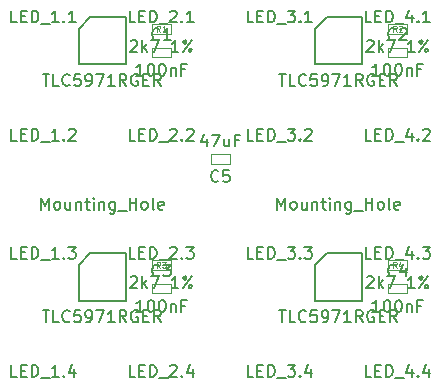
<source format=gbr>
%TF.GenerationSoftware,KiCad,Pcbnew,no-vcs-found-e797af3~59~ubuntu17.04.1*%
%TF.CreationDate,2017-07-18T08:46:09+02:00*%
%TF.ProjectId,LEDBoard_4x4_16bit,4C4544426F6172645F3478345F313662,0.1*%
%TF.SameCoordinates,Original%
%TF.FileFunction,Other,Fab,Top*%
%FSLAX46Y46*%
G04 Gerber Fmt 4.6, Leading zero omitted, Abs format (unit mm)*
G04 Created by KiCad (PCBNEW no-vcs-found-e797af3~59~ubuntu17.04.1) date Tue Jul 18 08:46:09 2017*
%MOMM*%
%LPD*%
G01*
G04 APERTURE LIST*
%ADD10C,0.150000*%
%ADD11C,0.100000*%
%ADD12C,0.075000*%
G04 APERTURE END LIST*
D10*
X58000000Y-57000000D02*
X59000000Y-56000000D01*
X58000000Y-60000000D02*
X58000000Y-57000000D01*
X62000000Y-60000000D02*
X58000000Y-60000000D01*
X62000000Y-56000000D02*
X62000000Y-60000000D01*
X59000000Y-56000000D02*
X62000000Y-56000000D01*
X78000000Y-57000000D02*
X79000000Y-56000000D01*
X78000000Y-60000000D02*
X78000000Y-57000000D01*
X82000000Y-60000000D02*
X78000000Y-60000000D01*
X82000000Y-56000000D02*
X82000000Y-60000000D01*
X79000000Y-56000000D02*
X82000000Y-56000000D01*
X58000000Y-77000000D02*
X59000000Y-76000000D01*
X58000000Y-80000000D02*
X58000000Y-77000000D01*
X62000000Y-80000000D02*
X58000000Y-80000000D01*
X62000000Y-76000000D02*
X62000000Y-80000000D01*
X59000000Y-76000000D02*
X62000000Y-76000000D01*
X78000000Y-77000000D02*
X79000000Y-76000000D01*
X78000000Y-80000000D02*
X78000000Y-77000000D01*
X82000000Y-80000000D02*
X78000000Y-80000000D01*
X82000000Y-76000000D02*
X82000000Y-80000000D01*
X79000000Y-76000000D02*
X82000000Y-76000000D01*
D11*
X64200000Y-59400000D02*
X64200000Y-58600000D01*
X65800000Y-59400000D02*
X64200000Y-59400000D01*
X65800000Y-58600000D02*
X65800000Y-59400000D01*
X64200000Y-58600000D02*
X65800000Y-58600000D01*
X84200000Y-58600000D02*
X85800000Y-58600000D01*
X85800000Y-58600000D02*
X85800000Y-59400000D01*
X85800000Y-59400000D02*
X84200000Y-59400000D01*
X84200000Y-59400000D02*
X84200000Y-58600000D01*
X64200000Y-79400000D02*
X64200000Y-78600000D01*
X65800000Y-79400000D02*
X64200000Y-79400000D01*
X65800000Y-78600000D02*
X65800000Y-79400000D01*
X64200000Y-78600000D02*
X65800000Y-78600000D01*
X84200000Y-78600000D02*
X85800000Y-78600000D01*
X85800000Y-78600000D02*
X85800000Y-79400000D01*
X85800000Y-79400000D02*
X84200000Y-79400000D01*
X84200000Y-79400000D02*
X84200000Y-78600000D01*
X64200000Y-57400000D02*
X64200000Y-56600000D01*
X65800000Y-57400000D02*
X64200000Y-57400000D01*
X65800000Y-56600000D02*
X65800000Y-57400000D01*
X64200000Y-56600000D02*
X65800000Y-56600000D01*
X84200000Y-56600000D02*
X85800000Y-56600000D01*
X85800000Y-56600000D02*
X85800000Y-57400000D01*
X85800000Y-57400000D02*
X84200000Y-57400000D01*
X84200000Y-57400000D02*
X84200000Y-56600000D01*
X64200000Y-77400000D02*
X64200000Y-76600000D01*
X65800000Y-77400000D02*
X64200000Y-77400000D01*
X65800000Y-76600000D02*
X65800000Y-77400000D01*
X64200000Y-76600000D02*
X65800000Y-76600000D01*
X84200000Y-76600000D02*
X85800000Y-76600000D01*
X85800000Y-76600000D02*
X85800000Y-77400000D01*
X85800000Y-77400000D02*
X84200000Y-77400000D01*
X84200000Y-77400000D02*
X84200000Y-76600000D01*
X70800000Y-68400000D02*
X69200000Y-68400000D01*
X69200000Y-68400000D02*
X69200000Y-67600000D01*
X69200000Y-67600000D02*
X70800000Y-67600000D01*
X70800000Y-67600000D02*
X70800000Y-68400000D01*
D10*
X52785714Y-56452380D02*
X52309523Y-56452380D01*
X52309523Y-55452380D01*
X53119047Y-55928571D02*
X53452380Y-55928571D01*
X53595238Y-56452380D02*
X53119047Y-56452380D01*
X53119047Y-55452380D01*
X53595238Y-55452380D01*
X54023809Y-56452380D02*
X54023809Y-55452380D01*
X54261904Y-55452380D01*
X54404761Y-55500000D01*
X54500000Y-55595238D01*
X54547619Y-55690476D01*
X54595238Y-55880952D01*
X54595238Y-56023809D01*
X54547619Y-56214285D01*
X54500000Y-56309523D01*
X54404761Y-56404761D01*
X54261904Y-56452380D01*
X54023809Y-56452380D01*
X54785714Y-56547619D02*
X55547619Y-56547619D01*
X56309523Y-56452380D02*
X55738095Y-56452380D01*
X56023809Y-56452380D02*
X56023809Y-55452380D01*
X55928571Y-55595238D01*
X55833333Y-55690476D01*
X55738095Y-55738095D01*
X56738095Y-56357142D02*
X56785714Y-56404761D01*
X56738095Y-56452380D01*
X56690476Y-56404761D01*
X56738095Y-56357142D01*
X56738095Y-56452380D01*
X57738095Y-56452380D02*
X57166666Y-56452380D01*
X57452380Y-56452380D02*
X57452380Y-55452380D01*
X57357142Y-55595238D01*
X57261904Y-55690476D01*
X57166666Y-55738095D01*
X52785714Y-66452380D02*
X52309523Y-66452380D01*
X52309523Y-65452380D01*
X53119047Y-65928571D02*
X53452380Y-65928571D01*
X53595238Y-66452380D02*
X53119047Y-66452380D01*
X53119047Y-65452380D01*
X53595238Y-65452380D01*
X54023809Y-66452380D02*
X54023809Y-65452380D01*
X54261904Y-65452380D01*
X54404761Y-65500000D01*
X54500000Y-65595238D01*
X54547619Y-65690476D01*
X54595238Y-65880952D01*
X54595238Y-66023809D01*
X54547619Y-66214285D01*
X54500000Y-66309523D01*
X54404761Y-66404761D01*
X54261904Y-66452380D01*
X54023809Y-66452380D01*
X54785714Y-66547619D02*
X55547619Y-66547619D01*
X56309523Y-66452380D02*
X55738095Y-66452380D01*
X56023809Y-66452380D02*
X56023809Y-65452380D01*
X55928571Y-65595238D01*
X55833333Y-65690476D01*
X55738095Y-65738095D01*
X56738095Y-66357142D02*
X56785714Y-66404761D01*
X56738095Y-66452380D01*
X56690476Y-66404761D01*
X56738095Y-66357142D01*
X56738095Y-66452380D01*
X57166666Y-65547619D02*
X57214285Y-65500000D01*
X57309523Y-65452380D01*
X57547619Y-65452380D01*
X57642857Y-65500000D01*
X57690476Y-65547619D01*
X57738095Y-65642857D01*
X57738095Y-65738095D01*
X57690476Y-65880952D01*
X57119047Y-66452380D01*
X57738095Y-66452380D01*
X52785714Y-76452380D02*
X52309523Y-76452380D01*
X52309523Y-75452380D01*
X53119047Y-75928571D02*
X53452380Y-75928571D01*
X53595238Y-76452380D02*
X53119047Y-76452380D01*
X53119047Y-75452380D01*
X53595238Y-75452380D01*
X54023809Y-76452380D02*
X54023809Y-75452380D01*
X54261904Y-75452380D01*
X54404761Y-75500000D01*
X54500000Y-75595238D01*
X54547619Y-75690476D01*
X54595238Y-75880952D01*
X54595238Y-76023809D01*
X54547619Y-76214285D01*
X54500000Y-76309523D01*
X54404761Y-76404761D01*
X54261904Y-76452380D01*
X54023809Y-76452380D01*
X54785714Y-76547619D02*
X55547619Y-76547619D01*
X56309523Y-76452380D02*
X55738095Y-76452380D01*
X56023809Y-76452380D02*
X56023809Y-75452380D01*
X55928571Y-75595238D01*
X55833333Y-75690476D01*
X55738095Y-75738095D01*
X56738095Y-76357142D02*
X56785714Y-76404761D01*
X56738095Y-76452380D01*
X56690476Y-76404761D01*
X56738095Y-76357142D01*
X56738095Y-76452380D01*
X57119047Y-75452380D02*
X57738095Y-75452380D01*
X57404761Y-75833333D01*
X57547619Y-75833333D01*
X57642857Y-75880952D01*
X57690476Y-75928571D01*
X57738095Y-76023809D01*
X57738095Y-76261904D01*
X57690476Y-76357142D01*
X57642857Y-76404761D01*
X57547619Y-76452380D01*
X57261904Y-76452380D01*
X57166666Y-76404761D01*
X57119047Y-76357142D01*
X52785714Y-86452380D02*
X52309523Y-86452380D01*
X52309523Y-85452380D01*
X53119047Y-85928571D02*
X53452380Y-85928571D01*
X53595238Y-86452380D02*
X53119047Y-86452380D01*
X53119047Y-85452380D01*
X53595238Y-85452380D01*
X54023809Y-86452380D02*
X54023809Y-85452380D01*
X54261904Y-85452380D01*
X54404761Y-85500000D01*
X54500000Y-85595238D01*
X54547619Y-85690476D01*
X54595238Y-85880952D01*
X54595238Y-86023809D01*
X54547619Y-86214285D01*
X54500000Y-86309523D01*
X54404761Y-86404761D01*
X54261904Y-86452380D01*
X54023809Y-86452380D01*
X54785714Y-86547619D02*
X55547619Y-86547619D01*
X56309523Y-86452380D02*
X55738095Y-86452380D01*
X56023809Y-86452380D02*
X56023809Y-85452380D01*
X55928571Y-85595238D01*
X55833333Y-85690476D01*
X55738095Y-85738095D01*
X56738095Y-86357142D02*
X56785714Y-86404761D01*
X56738095Y-86452380D01*
X56690476Y-86404761D01*
X56738095Y-86357142D01*
X56738095Y-86452380D01*
X57642857Y-85785714D02*
X57642857Y-86452380D01*
X57404761Y-85404761D02*
X57166666Y-86119047D01*
X57785714Y-86119047D01*
X62785714Y-56452380D02*
X62309523Y-56452380D01*
X62309523Y-55452380D01*
X63119047Y-55928571D02*
X63452380Y-55928571D01*
X63595238Y-56452380D02*
X63119047Y-56452380D01*
X63119047Y-55452380D01*
X63595238Y-55452380D01*
X64023809Y-56452380D02*
X64023809Y-55452380D01*
X64261904Y-55452380D01*
X64404761Y-55500000D01*
X64500000Y-55595238D01*
X64547619Y-55690476D01*
X64595238Y-55880952D01*
X64595238Y-56023809D01*
X64547619Y-56214285D01*
X64500000Y-56309523D01*
X64404761Y-56404761D01*
X64261904Y-56452380D01*
X64023809Y-56452380D01*
X64785714Y-56547619D02*
X65547619Y-56547619D01*
X65738095Y-55547619D02*
X65785714Y-55500000D01*
X65880952Y-55452380D01*
X66119047Y-55452380D01*
X66214285Y-55500000D01*
X66261904Y-55547619D01*
X66309523Y-55642857D01*
X66309523Y-55738095D01*
X66261904Y-55880952D01*
X65690476Y-56452380D01*
X66309523Y-56452380D01*
X66738095Y-56357142D02*
X66785714Y-56404761D01*
X66738095Y-56452380D01*
X66690476Y-56404761D01*
X66738095Y-56357142D01*
X66738095Y-56452380D01*
X67738095Y-56452380D02*
X67166666Y-56452380D01*
X67452380Y-56452380D02*
X67452380Y-55452380D01*
X67357142Y-55595238D01*
X67261904Y-55690476D01*
X67166666Y-55738095D01*
X62785714Y-66452380D02*
X62309523Y-66452380D01*
X62309523Y-65452380D01*
X63119047Y-65928571D02*
X63452380Y-65928571D01*
X63595238Y-66452380D02*
X63119047Y-66452380D01*
X63119047Y-65452380D01*
X63595238Y-65452380D01*
X64023809Y-66452380D02*
X64023809Y-65452380D01*
X64261904Y-65452380D01*
X64404761Y-65500000D01*
X64500000Y-65595238D01*
X64547619Y-65690476D01*
X64595238Y-65880952D01*
X64595238Y-66023809D01*
X64547619Y-66214285D01*
X64500000Y-66309523D01*
X64404761Y-66404761D01*
X64261904Y-66452380D01*
X64023809Y-66452380D01*
X64785714Y-66547619D02*
X65547619Y-66547619D01*
X65738095Y-65547619D02*
X65785714Y-65500000D01*
X65880952Y-65452380D01*
X66119047Y-65452380D01*
X66214285Y-65500000D01*
X66261904Y-65547619D01*
X66309523Y-65642857D01*
X66309523Y-65738095D01*
X66261904Y-65880952D01*
X65690476Y-66452380D01*
X66309523Y-66452380D01*
X66738095Y-66357142D02*
X66785714Y-66404761D01*
X66738095Y-66452380D01*
X66690476Y-66404761D01*
X66738095Y-66357142D01*
X66738095Y-66452380D01*
X67166666Y-65547619D02*
X67214285Y-65500000D01*
X67309523Y-65452380D01*
X67547619Y-65452380D01*
X67642857Y-65500000D01*
X67690476Y-65547619D01*
X67738095Y-65642857D01*
X67738095Y-65738095D01*
X67690476Y-65880952D01*
X67119047Y-66452380D01*
X67738095Y-66452380D01*
X62785714Y-76452380D02*
X62309523Y-76452380D01*
X62309523Y-75452380D01*
X63119047Y-75928571D02*
X63452380Y-75928571D01*
X63595238Y-76452380D02*
X63119047Y-76452380D01*
X63119047Y-75452380D01*
X63595238Y-75452380D01*
X64023809Y-76452380D02*
X64023809Y-75452380D01*
X64261904Y-75452380D01*
X64404761Y-75500000D01*
X64500000Y-75595238D01*
X64547619Y-75690476D01*
X64595238Y-75880952D01*
X64595238Y-76023809D01*
X64547619Y-76214285D01*
X64500000Y-76309523D01*
X64404761Y-76404761D01*
X64261904Y-76452380D01*
X64023809Y-76452380D01*
X64785714Y-76547619D02*
X65547619Y-76547619D01*
X65738095Y-75547619D02*
X65785714Y-75500000D01*
X65880952Y-75452380D01*
X66119047Y-75452380D01*
X66214285Y-75500000D01*
X66261904Y-75547619D01*
X66309523Y-75642857D01*
X66309523Y-75738095D01*
X66261904Y-75880952D01*
X65690476Y-76452380D01*
X66309523Y-76452380D01*
X66738095Y-76357142D02*
X66785714Y-76404761D01*
X66738095Y-76452380D01*
X66690476Y-76404761D01*
X66738095Y-76357142D01*
X66738095Y-76452380D01*
X67119047Y-75452380D02*
X67738095Y-75452380D01*
X67404761Y-75833333D01*
X67547619Y-75833333D01*
X67642857Y-75880952D01*
X67690476Y-75928571D01*
X67738095Y-76023809D01*
X67738095Y-76261904D01*
X67690476Y-76357142D01*
X67642857Y-76404761D01*
X67547619Y-76452380D01*
X67261904Y-76452380D01*
X67166666Y-76404761D01*
X67119047Y-76357142D01*
X62785714Y-86452380D02*
X62309523Y-86452380D01*
X62309523Y-85452380D01*
X63119047Y-85928571D02*
X63452380Y-85928571D01*
X63595238Y-86452380D02*
X63119047Y-86452380D01*
X63119047Y-85452380D01*
X63595238Y-85452380D01*
X64023809Y-86452380D02*
X64023809Y-85452380D01*
X64261904Y-85452380D01*
X64404761Y-85500000D01*
X64500000Y-85595238D01*
X64547619Y-85690476D01*
X64595238Y-85880952D01*
X64595238Y-86023809D01*
X64547619Y-86214285D01*
X64500000Y-86309523D01*
X64404761Y-86404761D01*
X64261904Y-86452380D01*
X64023809Y-86452380D01*
X64785714Y-86547619D02*
X65547619Y-86547619D01*
X65738095Y-85547619D02*
X65785714Y-85500000D01*
X65880952Y-85452380D01*
X66119047Y-85452380D01*
X66214285Y-85500000D01*
X66261904Y-85547619D01*
X66309523Y-85642857D01*
X66309523Y-85738095D01*
X66261904Y-85880952D01*
X65690476Y-86452380D01*
X66309523Y-86452380D01*
X66738095Y-86357142D02*
X66785714Y-86404761D01*
X66738095Y-86452380D01*
X66690476Y-86404761D01*
X66738095Y-86357142D01*
X66738095Y-86452380D01*
X67642857Y-85785714D02*
X67642857Y-86452380D01*
X67404761Y-85404761D02*
X67166666Y-86119047D01*
X67785714Y-86119047D01*
X72785714Y-56452380D02*
X72309523Y-56452380D01*
X72309523Y-55452380D01*
X73119047Y-55928571D02*
X73452380Y-55928571D01*
X73595238Y-56452380D02*
X73119047Y-56452380D01*
X73119047Y-55452380D01*
X73595238Y-55452380D01*
X74023809Y-56452380D02*
X74023809Y-55452380D01*
X74261904Y-55452380D01*
X74404761Y-55500000D01*
X74500000Y-55595238D01*
X74547619Y-55690476D01*
X74595238Y-55880952D01*
X74595238Y-56023809D01*
X74547619Y-56214285D01*
X74500000Y-56309523D01*
X74404761Y-56404761D01*
X74261904Y-56452380D01*
X74023809Y-56452380D01*
X74785714Y-56547619D02*
X75547619Y-56547619D01*
X75690476Y-55452380D02*
X76309523Y-55452380D01*
X75976190Y-55833333D01*
X76119047Y-55833333D01*
X76214285Y-55880952D01*
X76261904Y-55928571D01*
X76309523Y-56023809D01*
X76309523Y-56261904D01*
X76261904Y-56357142D01*
X76214285Y-56404761D01*
X76119047Y-56452380D01*
X75833333Y-56452380D01*
X75738095Y-56404761D01*
X75690476Y-56357142D01*
X76738095Y-56357142D02*
X76785714Y-56404761D01*
X76738095Y-56452380D01*
X76690476Y-56404761D01*
X76738095Y-56357142D01*
X76738095Y-56452380D01*
X77738095Y-56452380D02*
X77166666Y-56452380D01*
X77452380Y-56452380D02*
X77452380Y-55452380D01*
X77357142Y-55595238D01*
X77261904Y-55690476D01*
X77166666Y-55738095D01*
X72785714Y-66452380D02*
X72309523Y-66452380D01*
X72309523Y-65452380D01*
X73119047Y-65928571D02*
X73452380Y-65928571D01*
X73595238Y-66452380D02*
X73119047Y-66452380D01*
X73119047Y-65452380D01*
X73595238Y-65452380D01*
X74023809Y-66452380D02*
X74023809Y-65452380D01*
X74261904Y-65452380D01*
X74404761Y-65500000D01*
X74500000Y-65595238D01*
X74547619Y-65690476D01*
X74595238Y-65880952D01*
X74595238Y-66023809D01*
X74547619Y-66214285D01*
X74500000Y-66309523D01*
X74404761Y-66404761D01*
X74261904Y-66452380D01*
X74023809Y-66452380D01*
X74785714Y-66547619D02*
X75547619Y-66547619D01*
X75690476Y-65452380D02*
X76309523Y-65452380D01*
X75976190Y-65833333D01*
X76119047Y-65833333D01*
X76214285Y-65880952D01*
X76261904Y-65928571D01*
X76309523Y-66023809D01*
X76309523Y-66261904D01*
X76261904Y-66357142D01*
X76214285Y-66404761D01*
X76119047Y-66452380D01*
X75833333Y-66452380D01*
X75738095Y-66404761D01*
X75690476Y-66357142D01*
X76738095Y-66357142D02*
X76785714Y-66404761D01*
X76738095Y-66452380D01*
X76690476Y-66404761D01*
X76738095Y-66357142D01*
X76738095Y-66452380D01*
X77166666Y-65547619D02*
X77214285Y-65500000D01*
X77309523Y-65452380D01*
X77547619Y-65452380D01*
X77642857Y-65500000D01*
X77690476Y-65547619D01*
X77738095Y-65642857D01*
X77738095Y-65738095D01*
X77690476Y-65880952D01*
X77119047Y-66452380D01*
X77738095Y-66452380D01*
X72785714Y-76452380D02*
X72309523Y-76452380D01*
X72309523Y-75452380D01*
X73119047Y-75928571D02*
X73452380Y-75928571D01*
X73595238Y-76452380D02*
X73119047Y-76452380D01*
X73119047Y-75452380D01*
X73595238Y-75452380D01*
X74023809Y-76452380D02*
X74023809Y-75452380D01*
X74261904Y-75452380D01*
X74404761Y-75500000D01*
X74500000Y-75595238D01*
X74547619Y-75690476D01*
X74595238Y-75880952D01*
X74595238Y-76023809D01*
X74547619Y-76214285D01*
X74500000Y-76309523D01*
X74404761Y-76404761D01*
X74261904Y-76452380D01*
X74023809Y-76452380D01*
X74785714Y-76547619D02*
X75547619Y-76547619D01*
X75690476Y-75452380D02*
X76309523Y-75452380D01*
X75976190Y-75833333D01*
X76119047Y-75833333D01*
X76214285Y-75880952D01*
X76261904Y-75928571D01*
X76309523Y-76023809D01*
X76309523Y-76261904D01*
X76261904Y-76357142D01*
X76214285Y-76404761D01*
X76119047Y-76452380D01*
X75833333Y-76452380D01*
X75738095Y-76404761D01*
X75690476Y-76357142D01*
X76738095Y-76357142D02*
X76785714Y-76404761D01*
X76738095Y-76452380D01*
X76690476Y-76404761D01*
X76738095Y-76357142D01*
X76738095Y-76452380D01*
X77119047Y-75452380D02*
X77738095Y-75452380D01*
X77404761Y-75833333D01*
X77547619Y-75833333D01*
X77642857Y-75880952D01*
X77690476Y-75928571D01*
X77738095Y-76023809D01*
X77738095Y-76261904D01*
X77690476Y-76357142D01*
X77642857Y-76404761D01*
X77547619Y-76452380D01*
X77261904Y-76452380D01*
X77166666Y-76404761D01*
X77119047Y-76357142D01*
X72785714Y-86452380D02*
X72309523Y-86452380D01*
X72309523Y-85452380D01*
X73119047Y-85928571D02*
X73452380Y-85928571D01*
X73595238Y-86452380D02*
X73119047Y-86452380D01*
X73119047Y-85452380D01*
X73595238Y-85452380D01*
X74023809Y-86452380D02*
X74023809Y-85452380D01*
X74261904Y-85452380D01*
X74404761Y-85500000D01*
X74500000Y-85595238D01*
X74547619Y-85690476D01*
X74595238Y-85880952D01*
X74595238Y-86023809D01*
X74547619Y-86214285D01*
X74500000Y-86309523D01*
X74404761Y-86404761D01*
X74261904Y-86452380D01*
X74023809Y-86452380D01*
X74785714Y-86547619D02*
X75547619Y-86547619D01*
X75690476Y-85452380D02*
X76309523Y-85452380D01*
X75976190Y-85833333D01*
X76119047Y-85833333D01*
X76214285Y-85880952D01*
X76261904Y-85928571D01*
X76309523Y-86023809D01*
X76309523Y-86261904D01*
X76261904Y-86357142D01*
X76214285Y-86404761D01*
X76119047Y-86452380D01*
X75833333Y-86452380D01*
X75738095Y-86404761D01*
X75690476Y-86357142D01*
X76738095Y-86357142D02*
X76785714Y-86404761D01*
X76738095Y-86452380D01*
X76690476Y-86404761D01*
X76738095Y-86357142D01*
X76738095Y-86452380D01*
X77642857Y-85785714D02*
X77642857Y-86452380D01*
X77404761Y-85404761D02*
X77166666Y-86119047D01*
X77785714Y-86119047D01*
X82785714Y-56452380D02*
X82309523Y-56452380D01*
X82309523Y-55452380D01*
X83119047Y-55928571D02*
X83452380Y-55928571D01*
X83595238Y-56452380D02*
X83119047Y-56452380D01*
X83119047Y-55452380D01*
X83595238Y-55452380D01*
X84023809Y-56452380D02*
X84023809Y-55452380D01*
X84261904Y-55452380D01*
X84404761Y-55500000D01*
X84500000Y-55595238D01*
X84547619Y-55690476D01*
X84595238Y-55880952D01*
X84595238Y-56023809D01*
X84547619Y-56214285D01*
X84500000Y-56309523D01*
X84404761Y-56404761D01*
X84261904Y-56452380D01*
X84023809Y-56452380D01*
X84785714Y-56547619D02*
X85547619Y-56547619D01*
X86214285Y-55785714D02*
X86214285Y-56452380D01*
X85976190Y-55404761D02*
X85738095Y-56119047D01*
X86357142Y-56119047D01*
X86738095Y-56357142D02*
X86785714Y-56404761D01*
X86738095Y-56452380D01*
X86690476Y-56404761D01*
X86738095Y-56357142D01*
X86738095Y-56452380D01*
X87738095Y-56452380D02*
X87166666Y-56452380D01*
X87452380Y-56452380D02*
X87452380Y-55452380D01*
X87357142Y-55595238D01*
X87261904Y-55690476D01*
X87166666Y-55738095D01*
X82785714Y-66452380D02*
X82309523Y-66452380D01*
X82309523Y-65452380D01*
X83119047Y-65928571D02*
X83452380Y-65928571D01*
X83595238Y-66452380D02*
X83119047Y-66452380D01*
X83119047Y-65452380D01*
X83595238Y-65452380D01*
X84023809Y-66452380D02*
X84023809Y-65452380D01*
X84261904Y-65452380D01*
X84404761Y-65500000D01*
X84500000Y-65595238D01*
X84547619Y-65690476D01*
X84595238Y-65880952D01*
X84595238Y-66023809D01*
X84547619Y-66214285D01*
X84500000Y-66309523D01*
X84404761Y-66404761D01*
X84261904Y-66452380D01*
X84023809Y-66452380D01*
X84785714Y-66547619D02*
X85547619Y-66547619D01*
X86214285Y-65785714D02*
X86214285Y-66452380D01*
X85976190Y-65404761D02*
X85738095Y-66119047D01*
X86357142Y-66119047D01*
X86738095Y-66357142D02*
X86785714Y-66404761D01*
X86738095Y-66452380D01*
X86690476Y-66404761D01*
X86738095Y-66357142D01*
X86738095Y-66452380D01*
X87166666Y-65547619D02*
X87214285Y-65500000D01*
X87309523Y-65452380D01*
X87547619Y-65452380D01*
X87642857Y-65500000D01*
X87690476Y-65547619D01*
X87738095Y-65642857D01*
X87738095Y-65738095D01*
X87690476Y-65880952D01*
X87119047Y-66452380D01*
X87738095Y-66452380D01*
X82785714Y-76452380D02*
X82309523Y-76452380D01*
X82309523Y-75452380D01*
X83119047Y-75928571D02*
X83452380Y-75928571D01*
X83595238Y-76452380D02*
X83119047Y-76452380D01*
X83119047Y-75452380D01*
X83595238Y-75452380D01*
X84023809Y-76452380D02*
X84023809Y-75452380D01*
X84261904Y-75452380D01*
X84404761Y-75500000D01*
X84500000Y-75595238D01*
X84547619Y-75690476D01*
X84595238Y-75880952D01*
X84595238Y-76023809D01*
X84547619Y-76214285D01*
X84500000Y-76309523D01*
X84404761Y-76404761D01*
X84261904Y-76452380D01*
X84023809Y-76452380D01*
X84785714Y-76547619D02*
X85547619Y-76547619D01*
X86214285Y-75785714D02*
X86214285Y-76452380D01*
X85976190Y-75404761D02*
X85738095Y-76119047D01*
X86357142Y-76119047D01*
X86738095Y-76357142D02*
X86785714Y-76404761D01*
X86738095Y-76452380D01*
X86690476Y-76404761D01*
X86738095Y-76357142D01*
X86738095Y-76452380D01*
X87119047Y-75452380D02*
X87738095Y-75452380D01*
X87404761Y-75833333D01*
X87547619Y-75833333D01*
X87642857Y-75880952D01*
X87690476Y-75928571D01*
X87738095Y-76023809D01*
X87738095Y-76261904D01*
X87690476Y-76357142D01*
X87642857Y-76404761D01*
X87547619Y-76452380D01*
X87261904Y-76452380D01*
X87166666Y-76404761D01*
X87119047Y-76357142D01*
X82785714Y-86452380D02*
X82309523Y-86452380D01*
X82309523Y-85452380D01*
X83119047Y-85928571D02*
X83452380Y-85928571D01*
X83595238Y-86452380D02*
X83119047Y-86452380D01*
X83119047Y-85452380D01*
X83595238Y-85452380D01*
X84023809Y-86452380D02*
X84023809Y-85452380D01*
X84261904Y-85452380D01*
X84404761Y-85500000D01*
X84500000Y-85595238D01*
X84547619Y-85690476D01*
X84595238Y-85880952D01*
X84595238Y-86023809D01*
X84547619Y-86214285D01*
X84500000Y-86309523D01*
X84404761Y-86404761D01*
X84261904Y-86452380D01*
X84023809Y-86452380D01*
X84785714Y-86547619D02*
X85547619Y-86547619D01*
X86214285Y-85785714D02*
X86214285Y-86452380D01*
X85976190Y-85404761D02*
X85738095Y-86119047D01*
X86357142Y-86119047D01*
X86738095Y-86357142D02*
X86785714Y-86404761D01*
X86738095Y-86452380D01*
X86690476Y-86404761D01*
X86738095Y-86357142D01*
X86738095Y-86452380D01*
X87642857Y-85785714D02*
X87642857Y-86452380D01*
X87404761Y-85404761D02*
X87166666Y-86119047D01*
X87785714Y-86119047D01*
X54952380Y-60827380D02*
X55523809Y-60827380D01*
X55238095Y-61827380D02*
X55238095Y-60827380D01*
X56333333Y-61827380D02*
X55857142Y-61827380D01*
X55857142Y-60827380D01*
X57238095Y-61732142D02*
X57190476Y-61779761D01*
X57047619Y-61827380D01*
X56952380Y-61827380D01*
X56809523Y-61779761D01*
X56714285Y-61684523D01*
X56666666Y-61589285D01*
X56619047Y-61398809D01*
X56619047Y-61255952D01*
X56666666Y-61065476D01*
X56714285Y-60970238D01*
X56809523Y-60875000D01*
X56952380Y-60827380D01*
X57047619Y-60827380D01*
X57190476Y-60875000D01*
X57238095Y-60922619D01*
X58142857Y-60827380D02*
X57666666Y-60827380D01*
X57619047Y-61303571D01*
X57666666Y-61255952D01*
X57761904Y-61208333D01*
X58000000Y-61208333D01*
X58095238Y-61255952D01*
X58142857Y-61303571D01*
X58190476Y-61398809D01*
X58190476Y-61636904D01*
X58142857Y-61732142D01*
X58095238Y-61779761D01*
X58000000Y-61827380D01*
X57761904Y-61827380D01*
X57666666Y-61779761D01*
X57619047Y-61732142D01*
X58666666Y-61827380D02*
X58857142Y-61827380D01*
X58952380Y-61779761D01*
X59000000Y-61732142D01*
X59095238Y-61589285D01*
X59142857Y-61398809D01*
X59142857Y-61017857D01*
X59095238Y-60922619D01*
X59047619Y-60875000D01*
X58952380Y-60827380D01*
X58761904Y-60827380D01*
X58666666Y-60875000D01*
X58619047Y-60922619D01*
X58571428Y-61017857D01*
X58571428Y-61255952D01*
X58619047Y-61351190D01*
X58666666Y-61398809D01*
X58761904Y-61446428D01*
X58952380Y-61446428D01*
X59047619Y-61398809D01*
X59095238Y-61351190D01*
X59142857Y-61255952D01*
X59476190Y-60827380D02*
X60142857Y-60827380D01*
X59714285Y-61827380D01*
X61047619Y-61827380D02*
X60476190Y-61827380D01*
X60761904Y-61827380D02*
X60761904Y-60827380D01*
X60666666Y-60970238D01*
X60571428Y-61065476D01*
X60476190Y-61113095D01*
X62047619Y-61827380D02*
X61714285Y-61351190D01*
X61476190Y-61827380D02*
X61476190Y-60827380D01*
X61857142Y-60827380D01*
X61952380Y-60875000D01*
X62000000Y-60922619D01*
X62047619Y-61017857D01*
X62047619Y-61160714D01*
X62000000Y-61255952D01*
X61952380Y-61303571D01*
X61857142Y-61351190D01*
X61476190Y-61351190D01*
X63000000Y-60875000D02*
X62904761Y-60827380D01*
X62761904Y-60827380D01*
X62619047Y-60875000D01*
X62523809Y-60970238D01*
X62476190Y-61065476D01*
X62428571Y-61255952D01*
X62428571Y-61398809D01*
X62476190Y-61589285D01*
X62523809Y-61684523D01*
X62619047Y-61779761D01*
X62761904Y-61827380D01*
X62857142Y-61827380D01*
X63000000Y-61779761D01*
X63047619Y-61732142D01*
X63047619Y-61398809D01*
X62857142Y-61398809D01*
X63476190Y-61303571D02*
X63809523Y-61303571D01*
X63952380Y-61827380D02*
X63476190Y-61827380D01*
X63476190Y-60827380D01*
X63952380Y-60827380D01*
X64952380Y-61827380D02*
X64619047Y-61351190D01*
X64380952Y-61827380D02*
X64380952Y-60827380D01*
X64761904Y-60827380D01*
X64857142Y-60875000D01*
X64904761Y-60922619D01*
X64952380Y-61017857D01*
X64952380Y-61160714D01*
X64904761Y-61255952D01*
X64857142Y-61303571D01*
X64761904Y-61351190D01*
X64380952Y-61351190D01*
X74952380Y-60827380D02*
X75523809Y-60827380D01*
X75238095Y-61827380D02*
X75238095Y-60827380D01*
X76333333Y-61827380D02*
X75857142Y-61827380D01*
X75857142Y-60827380D01*
X77238095Y-61732142D02*
X77190476Y-61779761D01*
X77047619Y-61827380D01*
X76952380Y-61827380D01*
X76809523Y-61779761D01*
X76714285Y-61684523D01*
X76666666Y-61589285D01*
X76619047Y-61398809D01*
X76619047Y-61255952D01*
X76666666Y-61065476D01*
X76714285Y-60970238D01*
X76809523Y-60875000D01*
X76952380Y-60827380D01*
X77047619Y-60827380D01*
X77190476Y-60875000D01*
X77238095Y-60922619D01*
X78142857Y-60827380D02*
X77666666Y-60827380D01*
X77619047Y-61303571D01*
X77666666Y-61255952D01*
X77761904Y-61208333D01*
X78000000Y-61208333D01*
X78095238Y-61255952D01*
X78142857Y-61303571D01*
X78190476Y-61398809D01*
X78190476Y-61636904D01*
X78142857Y-61732142D01*
X78095238Y-61779761D01*
X78000000Y-61827380D01*
X77761904Y-61827380D01*
X77666666Y-61779761D01*
X77619047Y-61732142D01*
X78666666Y-61827380D02*
X78857142Y-61827380D01*
X78952380Y-61779761D01*
X79000000Y-61732142D01*
X79095238Y-61589285D01*
X79142857Y-61398809D01*
X79142857Y-61017857D01*
X79095238Y-60922619D01*
X79047619Y-60875000D01*
X78952380Y-60827380D01*
X78761904Y-60827380D01*
X78666666Y-60875000D01*
X78619047Y-60922619D01*
X78571428Y-61017857D01*
X78571428Y-61255952D01*
X78619047Y-61351190D01*
X78666666Y-61398809D01*
X78761904Y-61446428D01*
X78952380Y-61446428D01*
X79047619Y-61398809D01*
X79095238Y-61351190D01*
X79142857Y-61255952D01*
X79476190Y-60827380D02*
X80142857Y-60827380D01*
X79714285Y-61827380D01*
X81047619Y-61827380D02*
X80476190Y-61827380D01*
X80761904Y-61827380D02*
X80761904Y-60827380D01*
X80666666Y-60970238D01*
X80571428Y-61065476D01*
X80476190Y-61113095D01*
X82047619Y-61827380D02*
X81714285Y-61351190D01*
X81476190Y-61827380D02*
X81476190Y-60827380D01*
X81857142Y-60827380D01*
X81952380Y-60875000D01*
X82000000Y-60922619D01*
X82047619Y-61017857D01*
X82047619Y-61160714D01*
X82000000Y-61255952D01*
X81952380Y-61303571D01*
X81857142Y-61351190D01*
X81476190Y-61351190D01*
X83000000Y-60875000D02*
X82904761Y-60827380D01*
X82761904Y-60827380D01*
X82619047Y-60875000D01*
X82523809Y-60970238D01*
X82476190Y-61065476D01*
X82428571Y-61255952D01*
X82428571Y-61398809D01*
X82476190Y-61589285D01*
X82523809Y-61684523D01*
X82619047Y-61779761D01*
X82761904Y-61827380D01*
X82857142Y-61827380D01*
X83000000Y-61779761D01*
X83047619Y-61732142D01*
X83047619Y-61398809D01*
X82857142Y-61398809D01*
X83476190Y-61303571D02*
X83809523Y-61303571D01*
X83952380Y-61827380D02*
X83476190Y-61827380D01*
X83476190Y-60827380D01*
X83952380Y-60827380D01*
X84952380Y-61827380D02*
X84619047Y-61351190D01*
X84380952Y-61827380D02*
X84380952Y-60827380D01*
X84761904Y-60827380D01*
X84857142Y-60875000D01*
X84904761Y-60922619D01*
X84952380Y-61017857D01*
X84952380Y-61160714D01*
X84904761Y-61255952D01*
X84857142Y-61303571D01*
X84761904Y-61351190D01*
X84380952Y-61351190D01*
X54952380Y-80827380D02*
X55523809Y-80827380D01*
X55238095Y-81827380D02*
X55238095Y-80827380D01*
X56333333Y-81827380D02*
X55857142Y-81827380D01*
X55857142Y-80827380D01*
X57238095Y-81732142D02*
X57190476Y-81779761D01*
X57047619Y-81827380D01*
X56952380Y-81827380D01*
X56809523Y-81779761D01*
X56714285Y-81684523D01*
X56666666Y-81589285D01*
X56619047Y-81398809D01*
X56619047Y-81255952D01*
X56666666Y-81065476D01*
X56714285Y-80970238D01*
X56809523Y-80875000D01*
X56952380Y-80827380D01*
X57047619Y-80827380D01*
X57190476Y-80875000D01*
X57238095Y-80922619D01*
X58142857Y-80827380D02*
X57666666Y-80827380D01*
X57619047Y-81303571D01*
X57666666Y-81255952D01*
X57761904Y-81208333D01*
X58000000Y-81208333D01*
X58095238Y-81255952D01*
X58142857Y-81303571D01*
X58190476Y-81398809D01*
X58190476Y-81636904D01*
X58142857Y-81732142D01*
X58095238Y-81779761D01*
X58000000Y-81827380D01*
X57761904Y-81827380D01*
X57666666Y-81779761D01*
X57619047Y-81732142D01*
X58666666Y-81827380D02*
X58857142Y-81827380D01*
X58952380Y-81779761D01*
X59000000Y-81732142D01*
X59095238Y-81589285D01*
X59142857Y-81398809D01*
X59142857Y-81017857D01*
X59095238Y-80922619D01*
X59047619Y-80875000D01*
X58952380Y-80827380D01*
X58761904Y-80827380D01*
X58666666Y-80875000D01*
X58619047Y-80922619D01*
X58571428Y-81017857D01*
X58571428Y-81255952D01*
X58619047Y-81351190D01*
X58666666Y-81398809D01*
X58761904Y-81446428D01*
X58952380Y-81446428D01*
X59047619Y-81398809D01*
X59095238Y-81351190D01*
X59142857Y-81255952D01*
X59476190Y-80827380D02*
X60142857Y-80827380D01*
X59714285Y-81827380D01*
X61047619Y-81827380D02*
X60476190Y-81827380D01*
X60761904Y-81827380D02*
X60761904Y-80827380D01*
X60666666Y-80970238D01*
X60571428Y-81065476D01*
X60476190Y-81113095D01*
X62047619Y-81827380D02*
X61714285Y-81351190D01*
X61476190Y-81827380D02*
X61476190Y-80827380D01*
X61857142Y-80827380D01*
X61952380Y-80875000D01*
X62000000Y-80922619D01*
X62047619Y-81017857D01*
X62047619Y-81160714D01*
X62000000Y-81255952D01*
X61952380Y-81303571D01*
X61857142Y-81351190D01*
X61476190Y-81351190D01*
X63000000Y-80875000D02*
X62904761Y-80827380D01*
X62761904Y-80827380D01*
X62619047Y-80875000D01*
X62523809Y-80970238D01*
X62476190Y-81065476D01*
X62428571Y-81255952D01*
X62428571Y-81398809D01*
X62476190Y-81589285D01*
X62523809Y-81684523D01*
X62619047Y-81779761D01*
X62761904Y-81827380D01*
X62857142Y-81827380D01*
X63000000Y-81779761D01*
X63047619Y-81732142D01*
X63047619Y-81398809D01*
X62857142Y-81398809D01*
X63476190Y-81303571D02*
X63809523Y-81303571D01*
X63952380Y-81827380D02*
X63476190Y-81827380D01*
X63476190Y-80827380D01*
X63952380Y-80827380D01*
X64952380Y-81827380D02*
X64619047Y-81351190D01*
X64380952Y-81827380D02*
X64380952Y-80827380D01*
X64761904Y-80827380D01*
X64857142Y-80875000D01*
X64904761Y-80922619D01*
X64952380Y-81017857D01*
X64952380Y-81160714D01*
X64904761Y-81255952D01*
X64857142Y-81303571D01*
X64761904Y-81351190D01*
X64380952Y-81351190D01*
X74952380Y-80827380D02*
X75523809Y-80827380D01*
X75238095Y-81827380D02*
X75238095Y-80827380D01*
X76333333Y-81827380D02*
X75857142Y-81827380D01*
X75857142Y-80827380D01*
X77238095Y-81732142D02*
X77190476Y-81779761D01*
X77047619Y-81827380D01*
X76952380Y-81827380D01*
X76809523Y-81779761D01*
X76714285Y-81684523D01*
X76666666Y-81589285D01*
X76619047Y-81398809D01*
X76619047Y-81255952D01*
X76666666Y-81065476D01*
X76714285Y-80970238D01*
X76809523Y-80875000D01*
X76952380Y-80827380D01*
X77047619Y-80827380D01*
X77190476Y-80875000D01*
X77238095Y-80922619D01*
X78142857Y-80827380D02*
X77666666Y-80827380D01*
X77619047Y-81303571D01*
X77666666Y-81255952D01*
X77761904Y-81208333D01*
X78000000Y-81208333D01*
X78095238Y-81255952D01*
X78142857Y-81303571D01*
X78190476Y-81398809D01*
X78190476Y-81636904D01*
X78142857Y-81732142D01*
X78095238Y-81779761D01*
X78000000Y-81827380D01*
X77761904Y-81827380D01*
X77666666Y-81779761D01*
X77619047Y-81732142D01*
X78666666Y-81827380D02*
X78857142Y-81827380D01*
X78952380Y-81779761D01*
X79000000Y-81732142D01*
X79095238Y-81589285D01*
X79142857Y-81398809D01*
X79142857Y-81017857D01*
X79095238Y-80922619D01*
X79047619Y-80875000D01*
X78952380Y-80827380D01*
X78761904Y-80827380D01*
X78666666Y-80875000D01*
X78619047Y-80922619D01*
X78571428Y-81017857D01*
X78571428Y-81255952D01*
X78619047Y-81351190D01*
X78666666Y-81398809D01*
X78761904Y-81446428D01*
X78952380Y-81446428D01*
X79047619Y-81398809D01*
X79095238Y-81351190D01*
X79142857Y-81255952D01*
X79476190Y-80827380D02*
X80142857Y-80827380D01*
X79714285Y-81827380D01*
X81047619Y-81827380D02*
X80476190Y-81827380D01*
X80761904Y-81827380D02*
X80761904Y-80827380D01*
X80666666Y-80970238D01*
X80571428Y-81065476D01*
X80476190Y-81113095D01*
X82047619Y-81827380D02*
X81714285Y-81351190D01*
X81476190Y-81827380D02*
X81476190Y-80827380D01*
X81857142Y-80827380D01*
X81952380Y-80875000D01*
X82000000Y-80922619D01*
X82047619Y-81017857D01*
X82047619Y-81160714D01*
X82000000Y-81255952D01*
X81952380Y-81303571D01*
X81857142Y-81351190D01*
X81476190Y-81351190D01*
X83000000Y-80875000D02*
X82904761Y-80827380D01*
X82761904Y-80827380D01*
X82619047Y-80875000D01*
X82523809Y-80970238D01*
X82476190Y-81065476D01*
X82428571Y-81255952D01*
X82428571Y-81398809D01*
X82476190Y-81589285D01*
X82523809Y-81684523D01*
X82619047Y-81779761D01*
X82761904Y-81827380D01*
X82857142Y-81827380D01*
X83000000Y-81779761D01*
X83047619Y-81732142D01*
X83047619Y-81398809D01*
X82857142Y-81398809D01*
X83476190Y-81303571D02*
X83809523Y-81303571D01*
X83952380Y-81827380D02*
X83476190Y-81827380D01*
X83476190Y-80827380D01*
X83952380Y-80827380D01*
X84952380Y-81827380D02*
X84619047Y-81351190D01*
X84380952Y-81827380D02*
X84380952Y-80827380D01*
X84761904Y-80827380D01*
X84857142Y-80875000D01*
X84904761Y-80922619D01*
X84952380Y-81017857D01*
X84952380Y-81160714D01*
X84904761Y-81255952D01*
X84857142Y-81303571D01*
X84761904Y-81351190D01*
X84380952Y-81351190D01*
X54833333Y-72302380D02*
X54833333Y-71302380D01*
X55166666Y-72016666D01*
X55500000Y-71302380D01*
X55500000Y-72302380D01*
X56119047Y-72302380D02*
X56023809Y-72254761D01*
X55976190Y-72207142D01*
X55928571Y-72111904D01*
X55928571Y-71826190D01*
X55976190Y-71730952D01*
X56023809Y-71683333D01*
X56119047Y-71635714D01*
X56261904Y-71635714D01*
X56357142Y-71683333D01*
X56404761Y-71730952D01*
X56452380Y-71826190D01*
X56452380Y-72111904D01*
X56404761Y-72207142D01*
X56357142Y-72254761D01*
X56261904Y-72302380D01*
X56119047Y-72302380D01*
X57309523Y-71635714D02*
X57309523Y-72302380D01*
X56880952Y-71635714D02*
X56880952Y-72159523D01*
X56928571Y-72254761D01*
X57023809Y-72302380D01*
X57166666Y-72302380D01*
X57261904Y-72254761D01*
X57309523Y-72207142D01*
X57785714Y-71635714D02*
X57785714Y-72302380D01*
X57785714Y-71730952D02*
X57833333Y-71683333D01*
X57928571Y-71635714D01*
X58071428Y-71635714D01*
X58166666Y-71683333D01*
X58214285Y-71778571D01*
X58214285Y-72302380D01*
X58547619Y-71635714D02*
X58928571Y-71635714D01*
X58690476Y-71302380D02*
X58690476Y-72159523D01*
X58738095Y-72254761D01*
X58833333Y-72302380D01*
X58928571Y-72302380D01*
X59261904Y-72302380D02*
X59261904Y-71635714D01*
X59261904Y-71302380D02*
X59214285Y-71350000D01*
X59261904Y-71397619D01*
X59309523Y-71350000D01*
X59261904Y-71302380D01*
X59261904Y-71397619D01*
X59738095Y-71635714D02*
X59738095Y-72302380D01*
X59738095Y-71730952D02*
X59785714Y-71683333D01*
X59880952Y-71635714D01*
X60023809Y-71635714D01*
X60119047Y-71683333D01*
X60166666Y-71778571D01*
X60166666Y-72302380D01*
X61071428Y-71635714D02*
X61071428Y-72445238D01*
X61023809Y-72540476D01*
X60976190Y-72588095D01*
X60880952Y-72635714D01*
X60738095Y-72635714D01*
X60642857Y-72588095D01*
X61071428Y-72254761D02*
X60976190Y-72302380D01*
X60785714Y-72302380D01*
X60690476Y-72254761D01*
X60642857Y-72207142D01*
X60595238Y-72111904D01*
X60595238Y-71826190D01*
X60642857Y-71730952D01*
X60690476Y-71683333D01*
X60785714Y-71635714D01*
X60976190Y-71635714D01*
X61071428Y-71683333D01*
X61309523Y-72397619D02*
X62071428Y-72397619D01*
X62309523Y-72302380D02*
X62309523Y-71302380D01*
X62309523Y-71778571D02*
X62880952Y-71778571D01*
X62880952Y-72302380D02*
X62880952Y-71302380D01*
X63500000Y-72302380D02*
X63404761Y-72254761D01*
X63357142Y-72207142D01*
X63309523Y-72111904D01*
X63309523Y-71826190D01*
X63357142Y-71730952D01*
X63404761Y-71683333D01*
X63500000Y-71635714D01*
X63642857Y-71635714D01*
X63738095Y-71683333D01*
X63785714Y-71730952D01*
X63833333Y-71826190D01*
X63833333Y-72111904D01*
X63785714Y-72207142D01*
X63738095Y-72254761D01*
X63642857Y-72302380D01*
X63500000Y-72302380D01*
X64404761Y-72302380D02*
X64309523Y-72254761D01*
X64261904Y-72159523D01*
X64261904Y-71302380D01*
X65166666Y-72254761D02*
X65071428Y-72302380D01*
X64880952Y-72302380D01*
X64785714Y-72254761D01*
X64738095Y-72159523D01*
X64738095Y-71778571D01*
X64785714Y-71683333D01*
X64880952Y-71635714D01*
X65071428Y-71635714D01*
X65166666Y-71683333D01*
X65214285Y-71778571D01*
X65214285Y-71873809D01*
X64738095Y-71969047D01*
X63452380Y-60952380D02*
X62880952Y-60952380D01*
X63166666Y-60952380D02*
X63166666Y-59952380D01*
X63071428Y-60095238D01*
X62976190Y-60190476D01*
X62880952Y-60238095D01*
X64071428Y-59952380D02*
X64166666Y-59952380D01*
X64261904Y-60000000D01*
X64309523Y-60047619D01*
X64357142Y-60142857D01*
X64404761Y-60333333D01*
X64404761Y-60571428D01*
X64357142Y-60761904D01*
X64309523Y-60857142D01*
X64261904Y-60904761D01*
X64166666Y-60952380D01*
X64071428Y-60952380D01*
X63976190Y-60904761D01*
X63928571Y-60857142D01*
X63880952Y-60761904D01*
X63833333Y-60571428D01*
X63833333Y-60333333D01*
X63880952Y-60142857D01*
X63928571Y-60047619D01*
X63976190Y-60000000D01*
X64071428Y-59952380D01*
X65023809Y-59952380D02*
X65119047Y-59952380D01*
X65214285Y-60000000D01*
X65261904Y-60047619D01*
X65309523Y-60142857D01*
X65357142Y-60333333D01*
X65357142Y-60571428D01*
X65309523Y-60761904D01*
X65261904Y-60857142D01*
X65214285Y-60904761D01*
X65119047Y-60952380D01*
X65023809Y-60952380D01*
X64928571Y-60904761D01*
X64880952Y-60857142D01*
X64833333Y-60761904D01*
X64785714Y-60571428D01*
X64785714Y-60333333D01*
X64833333Y-60142857D01*
X64880952Y-60047619D01*
X64928571Y-60000000D01*
X65023809Y-59952380D01*
X65785714Y-60285714D02*
X65785714Y-60952380D01*
X65785714Y-60380952D02*
X65833333Y-60333333D01*
X65928571Y-60285714D01*
X66071428Y-60285714D01*
X66166666Y-60333333D01*
X66214285Y-60428571D01*
X66214285Y-60952380D01*
X67023809Y-60428571D02*
X66690476Y-60428571D01*
X66690476Y-60952380D02*
X66690476Y-59952380D01*
X67166666Y-59952380D01*
X64833333Y-57857142D02*
X64785714Y-57904761D01*
X64642857Y-57952380D01*
X64547619Y-57952380D01*
X64404761Y-57904761D01*
X64309523Y-57809523D01*
X64261904Y-57714285D01*
X64214285Y-57523809D01*
X64214285Y-57380952D01*
X64261904Y-57190476D01*
X64309523Y-57095238D01*
X64404761Y-57000000D01*
X64547619Y-56952380D01*
X64642857Y-56952380D01*
X64785714Y-57000000D01*
X64833333Y-57047619D01*
X65785714Y-57952380D02*
X65214285Y-57952380D01*
X65500000Y-57952380D02*
X65500000Y-56952380D01*
X65404761Y-57095238D01*
X65309523Y-57190476D01*
X65214285Y-57238095D01*
X83452380Y-60952380D02*
X82880952Y-60952380D01*
X83166666Y-60952380D02*
X83166666Y-59952380D01*
X83071428Y-60095238D01*
X82976190Y-60190476D01*
X82880952Y-60238095D01*
X84071428Y-59952380D02*
X84166666Y-59952380D01*
X84261904Y-60000000D01*
X84309523Y-60047619D01*
X84357142Y-60142857D01*
X84404761Y-60333333D01*
X84404761Y-60571428D01*
X84357142Y-60761904D01*
X84309523Y-60857142D01*
X84261904Y-60904761D01*
X84166666Y-60952380D01*
X84071428Y-60952380D01*
X83976190Y-60904761D01*
X83928571Y-60857142D01*
X83880952Y-60761904D01*
X83833333Y-60571428D01*
X83833333Y-60333333D01*
X83880952Y-60142857D01*
X83928571Y-60047619D01*
X83976190Y-60000000D01*
X84071428Y-59952380D01*
X85023809Y-59952380D02*
X85119047Y-59952380D01*
X85214285Y-60000000D01*
X85261904Y-60047619D01*
X85309523Y-60142857D01*
X85357142Y-60333333D01*
X85357142Y-60571428D01*
X85309523Y-60761904D01*
X85261904Y-60857142D01*
X85214285Y-60904761D01*
X85119047Y-60952380D01*
X85023809Y-60952380D01*
X84928571Y-60904761D01*
X84880952Y-60857142D01*
X84833333Y-60761904D01*
X84785714Y-60571428D01*
X84785714Y-60333333D01*
X84833333Y-60142857D01*
X84880952Y-60047619D01*
X84928571Y-60000000D01*
X85023809Y-59952380D01*
X85785714Y-60285714D02*
X85785714Y-60952380D01*
X85785714Y-60380952D02*
X85833333Y-60333333D01*
X85928571Y-60285714D01*
X86071428Y-60285714D01*
X86166666Y-60333333D01*
X86214285Y-60428571D01*
X86214285Y-60952380D01*
X87023809Y-60428571D02*
X86690476Y-60428571D01*
X86690476Y-60952380D02*
X86690476Y-59952380D01*
X87166666Y-59952380D01*
X84833333Y-57857142D02*
X84785714Y-57904761D01*
X84642857Y-57952380D01*
X84547619Y-57952380D01*
X84404761Y-57904761D01*
X84309523Y-57809523D01*
X84261904Y-57714285D01*
X84214285Y-57523809D01*
X84214285Y-57380952D01*
X84261904Y-57190476D01*
X84309523Y-57095238D01*
X84404761Y-57000000D01*
X84547619Y-56952380D01*
X84642857Y-56952380D01*
X84785714Y-57000000D01*
X84833333Y-57047619D01*
X85214285Y-57047619D02*
X85261904Y-57000000D01*
X85357142Y-56952380D01*
X85595238Y-56952380D01*
X85690476Y-57000000D01*
X85738095Y-57047619D01*
X85785714Y-57142857D01*
X85785714Y-57238095D01*
X85738095Y-57380952D01*
X85166666Y-57952380D01*
X85785714Y-57952380D01*
X63452380Y-80952380D02*
X62880952Y-80952380D01*
X63166666Y-80952380D02*
X63166666Y-79952380D01*
X63071428Y-80095238D01*
X62976190Y-80190476D01*
X62880952Y-80238095D01*
X64071428Y-79952380D02*
X64166666Y-79952380D01*
X64261904Y-80000000D01*
X64309523Y-80047619D01*
X64357142Y-80142857D01*
X64404761Y-80333333D01*
X64404761Y-80571428D01*
X64357142Y-80761904D01*
X64309523Y-80857142D01*
X64261904Y-80904761D01*
X64166666Y-80952380D01*
X64071428Y-80952380D01*
X63976190Y-80904761D01*
X63928571Y-80857142D01*
X63880952Y-80761904D01*
X63833333Y-80571428D01*
X63833333Y-80333333D01*
X63880952Y-80142857D01*
X63928571Y-80047619D01*
X63976190Y-80000000D01*
X64071428Y-79952380D01*
X65023809Y-79952380D02*
X65119047Y-79952380D01*
X65214285Y-80000000D01*
X65261904Y-80047619D01*
X65309523Y-80142857D01*
X65357142Y-80333333D01*
X65357142Y-80571428D01*
X65309523Y-80761904D01*
X65261904Y-80857142D01*
X65214285Y-80904761D01*
X65119047Y-80952380D01*
X65023809Y-80952380D01*
X64928571Y-80904761D01*
X64880952Y-80857142D01*
X64833333Y-80761904D01*
X64785714Y-80571428D01*
X64785714Y-80333333D01*
X64833333Y-80142857D01*
X64880952Y-80047619D01*
X64928571Y-80000000D01*
X65023809Y-79952380D01*
X65785714Y-80285714D02*
X65785714Y-80952380D01*
X65785714Y-80380952D02*
X65833333Y-80333333D01*
X65928571Y-80285714D01*
X66071428Y-80285714D01*
X66166666Y-80333333D01*
X66214285Y-80428571D01*
X66214285Y-80952380D01*
X67023809Y-80428571D02*
X66690476Y-80428571D01*
X66690476Y-80952380D02*
X66690476Y-79952380D01*
X67166666Y-79952380D01*
X64833333Y-77857142D02*
X64785714Y-77904761D01*
X64642857Y-77952380D01*
X64547619Y-77952380D01*
X64404761Y-77904761D01*
X64309523Y-77809523D01*
X64261904Y-77714285D01*
X64214285Y-77523809D01*
X64214285Y-77380952D01*
X64261904Y-77190476D01*
X64309523Y-77095238D01*
X64404761Y-77000000D01*
X64547619Y-76952380D01*
X64642857Y-76952380D01*
X64785714Y-77000000D01*
X64833333Y-77047619D01*
X65166666Y-76952380D02*
X65785714Y-76952380D01*
X65452380Y-77333333D01*
X65595238Y-77333333D01*
X65690476Y-77380952D01*
X65738095Y-77428571D01*
X65785714Y-77523809D01*
X65785714Y-77761904D01*
X65738095Y-77857142D01*
X65690476Y-77904761D01*
X65595238Y-77952380D01*
X65309523Y-77952380D01*
X65214285Y-77904761D01*
X65166666Y-77857142D01*
X83452380Y-80952380D02*
X82880952Y-80952380D01*
X83166666Y-80952380D02*
X83166666Y-79952380D01*
X83071428Y-80095238D01*
X82976190Y-80190476D01*
X82880952Y-80238095D01*
X84071428Y-79952380D02*
X84166666Y-79952380D01*
X84261904Y-80000000D01*
X84309523Y-80047619D01*
X84357142Y-80142857D01*
X84404761Y-80333333D01*
X84404761Y-80571428D01*
X84357142Y-80761904D01*
X84309523Y-80857142D01*
X84261904Y-80904761D01*
X84166666Y-80952380D01*
X84071428Y-80952380D01*
X83976190Y-80904761D01*
X83928571Y-80857142D01*
X83880952Y-80761904D01*
X83833333Y-80571428D01*
X83833333Y-80333333D01*
X83880952Y-80142857D01*
X83928571Y-80047619D01*
X83976190Y-80000000D01*
X84071428Y-79952380D01*
X85023809Y-79952380D02*
X85119047Y-79952380D01*
X85214285Y-80000000D01*
X85261904Y-80047619D01*
X85309523Y-80142857D01*
X85357142Y-80333333D01*
X85357142Y-80571428D01*
X85309523Y-80761904D01*
X85261904Y-80857142D01*
X85214285Y-80904761D01*
X85119047Y-80952380D01*
X85023809Y-80952380D01*
X84928571Y-80904761D01*
X84880952Y-80857142D01*
X84833333Y-80761904D01*
X84785714Y-80571428D01*
X84785714Y-80333333D01*
X84833333Y-80142857D01*
X84880952Y-80047619D01*
X84928571Y-80000000D01*
X85023809Y-79952380D01*
X85785714Y-80285714D02*
X85785714Y-80952380D01*
X85785714Y-80380952D02*
X85833333Y-80333333D01*
X85928571Y-80285714D01*
X86071428Y-80285714D01*
X86166666Y-80333333D01*
X86214285Y-80428571D01*
X86214285Y-80952380D01*
X87023809Y-80428571D02*
X86690476Y-80428571D01*
X86690476Y-80952380D02*
X86690476Y-79952380D01*
X87166666Y-79952380D01*
X84833333Y-77857142D02*
X84785714Y-77904761D01*
X84642857Y-77952380D01*
X84547619Y-77952380D01*
X84404761Y-77904761D01*
X84309523Y-77809523D01*
X84261904Y-77714285D01*
X84214285Y-77523809D01*
X84214285Y-77380952D01*
X84261904Y-77190476D01*
X84309523Y-77095238D01*
X84404761Y-77000000D01*
X84547619Y-76952380D01*
X84642857Y-76952380D01*
X84785714Y-77000000D01*
X84833333Y-77047619D01*
X85690476Y-77285714D02*
X85690476Y-77952380D01*
X85452380Y-76904761D02*
X85214285Y-77619047D01*
X85833333Y-77619047D01*
X62404761Y-58047619D02*
X62452380Y-58000000D01*
X62547619Y-57952380D01*
X62785714Y-57952380D01*
X62880952Y-58000000D01*
X62928571Y-58047619D01*
X62976190Y-58142857D01*
X62976190Y-58238095D01*
X62928571Y-58380952D01*
X62357142Y-58952380D01*
X62976190Y-58952380D01*
X63404761Y-58952380D02*
X63404761Y-57952380D01*
X63500000Y-58571428D02*
X63785714Y-58952380D01*
X63785714Y-58285714D02*
X63404761Y-58666666D01*
X64119047Y-57952380D02*
X64785714Y-57952380D01*
X64357142Y-58952380D01*
X66452380Y-58952380D02*
X65880952Y-58952380D01*
X66166666Y-58952380D02*
X66166666Y-57952380D01*
X66071428Y-58095238D01*
X65976190Y-58190476D01*
X65880952Y-58238095D01*
X66833333Y-58952380D02*
X67595238Y-57952380D01*
X66976190Y-57952380D02*
X67071428Y-58000000D01*
X67119047Y-58095238D01*
X67071428Y-58190476D01*
X66976190Y-58238095D01*
X66880952Y-58190476D01*
X66833333Y-58095238D01*
X66880952Y-58000000D01*
X66976190Y-57952380D01*
X67547619Y-58904761D02*
X67595238Y-58809523D01*
X67547619Y-58714285D01*
X67452380Y-58666666D01*
X67357142Y-58714285D01*
X67309523Y-58809523D01*
X67357142Y-58904761D01*
X67452380Y-58952380D01*
X67547619Y-58904761D01*
D12*
X64916666Y-57226190D02*
X64750000Y-56988095D01*
X64630952Y-57226190D02*
X64630952Y-56726190D01*
X64821428Y-56726190D01*
X64869047Y-56750000D01*
X64892857Y-56773809D01*
X64916666Y-56821428D01*
X64916666Y-56892857D01*
X64892857Y-56940476D01*
X64869047Y-56964285D01*
X64821428Y-56988095D01*
X64630952Y-56988095D01*
X65392857Y-57226190D02*
X65107142Y-57226190D01*
X65250000Y-57226190D02*
X65250000Y-56726190D01*
X65202380Y-56797619D01*
X65154761Y-56845238D01*
X65107142Y-56869047D01*
D10*
X82404761Y-58047619D02*
X82452380Y-58000000D01*
X82547619Y-57952380D01*
X82785714Y-57952380D01*
X82880952Y-58000000D01*
X82928571Y-58047619D01*
X82976190Y-58142857D01*
X82976190Y-58238095D01*
X82928571Y-58380952D01*
X82357142Y-58952380D01*
X82976190Y-58952380D01*
X83404761Y-58952380D02*
X83404761Y-57952380D01*
X83500000Y-58571428D02*
X83785714Y-58952380D01*
X83785714Y-58285714D02*
X83404761Y-58666666D01*
X84119047Y-57952380D02*
X84785714Y-57952380D01*
X84357142Y-58952380D01*
X86452380Y-58952380D02*
X85880952Y-58952380D01*
X86166666Y-58952380D02*
X86166666Y-57952380D01*
X86071428Y-58095238D01*
X85976190Y-58190476D01*
X85880952Y-58238095D01*
X86833333Y-58952380D02*
X87595238Y-57952380D01*
X86976190Y-57952380D02*
X87071428Y-58000000D01*
X87119047Y-58095238D01*
X87071428Y-58190476D01*
X86976190Y-58238095D01*
X86880952Y-58190476D01*
X86833333Y-58095238D01*
X86880952Y-58000000D01*
X86976190Y-57952380D01*
X87547619Y-58904761D02*
X87595238Y-58809523D01*
X87547619Y-58714285D01*
X87452380Y-58666666D01*
X87357142Y-58714285D01*
X87309523Y-58809523D01*
X87357142Y-58904761D01*
X87452380Y-58952380D01*
X87547619Y-58904761D01*
D12*
X84916666Y-57226190D02*
X84750000Y-56988095D01*
X84630952Y-57226190D02*
X84630952Y-56726190D01*
X84821428Y-56726190D01*
X84869047Y-56750000D01*
X84892857Y-56773809D01*
X84916666Y-56821428D01*
X84916666Y-56892857D01*
X84892857Y-56940476D01*
X84869047Y-56964285D01*
X84821428Y-56988095D01*
X84630952Y-56988095D01*
X85107142Y-56773809D02*
X85130952Y-56750000D01*
X85178571Y-56726190D01*
X85297619Y-56726190D01*
X85345238Y-56750000D01*
X85369047Y-56773809D01*
X85392857Y-56821428D01*
X85392857Y-56869047D01*
X85369047Y-56940476D01*
X85083333Y-57226190D01*
X85392857Y-57226190D01*
D10*
X62404761Y-78047619D02*
X62452380Y-78000000D01*
X62547619Y-77952380D01*
X62785714Y-77952380D01*
X62880952Y-78000000D01*
X62928571Y-78047619D01*
X62976190Y-78142857D01*
X62976190Y-78238095D01*
X62928571Y-78380952D01*
X62357142Y-78952380D01*
X62976190Y-78952380D01*
X63404761Y-78952380D02*
X63404761Y-77952380D01*
X63500000Y-78571428D02*
X63785714Y-78952380D01*
X63785714Y-78285714D02*
X63404761Y-78666666D01*
X64119047Y-77952380D02*
X64785714Y-77952380D01*
X64357142Y-78952380D01*
X66452380Y-78952380D02*
X65880952Y-78952380D01*
X66166666Y-78952380D02*
X66166666Y-77952380D01*
X66071428Y-78095238D01*
X65976190Y-78190476D01*
X65880952Y-78238095D01*
X66833333Y-78952380D02*
X67595238Y-77952380D01*
X66976190Y-77952380D02*
X67071428Y-78000000D01*
X67119047Y-78095238D01*
X67071428Y-78190476D01*
X66976190Y-78238095D01*
X66880952Y-78190476D01*
X66833333Y-78095238D01*
X66880952Y-78000000D01*
X66976190Y-77952380D01*
X67547619Y-78904761D02*
X67595238Y-78809523D01*
X67547619Y-78714285D01*
X67452380Y-78666666D01*
X67357142Y-78714285D01*
X67309523Y-78809523D01*
X67357142Y-78904761D01*
X67452380Y-78952380D01*
X67547619Y-78904761D01*
D12*
X64916666Y-77226190D02*
X64750000Y-76988095D01*
X64630952Y-77226190D02*
X64630952Y-76726190D01*
X64821428Y-76726190D01*
X64869047Y-76750000D01*
X64892857Y-76773809D01*
X64916666Y-76821428D01*
X64916666Y-76892857D01*
X64892857Y-76940476D01*
X64869047Y-76964285D01*
X64821428Y-76988095D01*
X64630952Y-76988095D01*
X65083333Y-76726190D02*
X65392857Y-76726190D01*
X65226190Y-76916666D01*
X65297619Y-76916666D01*
X65345238Y-76940476D01*
X65369047Y-76964285D01*
X65392857Y-77011904D01*
X65392857Y-77130952D01*
X65369047Y-77178571D01*
X65345238Y-77202380D01*
X65297619Y-77226190D01*
X65154761Y-77226190D01*
X65107142Y-77202380D01*
X65083333Y-77178571D01*
D10*
X82404761Y-78047619D02*
X82452380Y-78000000D01*
X82547619Y-77952380D01*
X82785714Y-77952380D01*
X82880952Y-78000000D01*
X82928571Y-78047619D01*
X82976190Y-78142857D01*
X82976190Y-78238095D01*
X82928571Y-78380952D01*
X82357142Y-78952380D01*
X82976190Y-78952380D01*
X83404761Y-78952380D02*
X83404761Y-77952380D01*
X83500000Y-78571428D02*
X83785714Y-78952380D01*
X83785714Y-78285714D02*
X83404761Y-78666666D01*
X84119047Y-77952380D02*
X84785714Y-77952380D01*
X84357142Y-78952380D01*
X86452380Y-78952380D02*
X85880952Y-78952380D01*
X86166666Y-78952380D02*
X86166666Y-77952380D01*
X86071428Y-78095238D01*
X85976190Y-78190476D01*
X85880952Y-78238095D01*
X86833333Y-78952380D02*
X87595238Y-77952380D01*
X86976190Y-77952380D02*
X87071428Y-78000000D01*
X87119047Y-78095238D01*
X87071428Y-78190476D01*
X86976190Y-78238095D01*
X86880952Y-78190476D01*
X86833333Y-78095238D01*
X86880952Y-78000000D01*
X86976190Y-77952380D01*
X87547619Y-78904761D02*
X87595238Y-78809523D01*
X87547619Y-78714285D01*
X87452380Y-78666666D01*
X87357142Y-78714285D01*
X87309523Y-78809523D01*
X87357142Y-78904761D01*
X87452380Y-78952380D01*
X87547619Y-78904761D01*
D12*
X84916666Y-77226190D02*
X84750000Y-76988095D01*
X84630952Y-77226190D02*
X84630952Y-76726190D01*
X84821428Y-76726190D01*
X84869047Y-76750000D01*
X84892857Y-76773809D01*
X84916666Y-76821428D01*
X84916666Y-76892857D01*
X84892857Y-76940476D01*
X84869047Y-76964285D01*
X84821428Y-76988095D01*
X84630952Y-76988095D01*
X85345238Y-76892857D02*
X85345238Y-77226190D01*
X85226190Y-76702380D02*
X85107142Y-77059523D01*
X85416666Y-77059523D01*
D10*
X68833333Y-66285714D02*
X68833333Y-66952380D01*
X68595238Y-65904761D02*
X68357142Y-66619047D01*
X68976190Y-66619047D01*
X69261904Y-65952380D02*
X69928571Y-65952380D01*
X69500000Y-66952380D01*
X70738095Y-66285714D02*
X70738095Y-66952380D01*
X70309523Y-66285714D02*
X70309523Y-66809523D01*
X70357142Y-66904761D01*
X70452380Y-66952380D01*
X70595238Y-66952380D01*
X70690476Y-66904761D01*
X70738095Y-66857142D01*
X71547619Y-66428571D02*
X71214285Y-66428571D01*
X71214285Y-66952380D02*
X71214285Y-65952380D01*
X71690476Y-65952380D01*
X69833333Y-69857142D02*
X69785714Y-69904761D01*
X69642857Y-69952380D01*
X69547619Y-69952380D01*
X69404761Y-69904761D01*
X69309523Y-69809523D01*
X69261904Y-69714285D01*
X69214285Y-69523809D01*
X69214285Y-69380952D01*
X69261904Y-69190476D01*
X69309523Y-69095238D01*
X69404761Y-69000000D01*
X69547619Y-68952380D01*
X69642857Y-68952380D01*
X69785714Y-69000000D01*
X69833333Y-69047619D01*
X70738095Y-68952380D02*
X70261904Y-68952380D01*
X70214285Y-69428571D01*
X70261904Y-69380952D01*
X70357142Y-69333333D01*
X70595238Y-69333333D01*
X70690476Y-69380952D01*
X70738095Y-69428571D01*
X70785714Y-69523809D01*
X70785714Y-69761904D01*
X70738095Y-69857142D01*
X70690476Y-69904761D01*
X70595238Y-69952380D01*
X70357142Y-69952380D01*
X70261904Y-69904761D01*
X70214285Y-69857142D01*
X74833333Y-72302380D02*
X74833333Y-71302380D01*
X75166666Y-72016666D01*
X75500000Y-71302380D01*
X75500000Y-72302380D01*
X76119047Y-72302380D02*
X76023809Y-72254761D01*
X75976190Y-72207142D01*
X75928571Y-72111904D01*
X75928571Y-71826190D01*
X75976190Y-71730952D01*
X76023809Y-71683333D01*
X76119047Y-71635714D01*
X76261904Y-71635714D01*
X76357142Y-71683333D01*
X76404761Y-71730952D01*
X76452380Y-71826190D01*
X76452380Y-72111904D01*
X76404761Y-72207142D01*
X76357142Y-72254761D01*
X76261904Y-72302380D01*
X76119047Y-72302380D01*
X77309523Y-71635714D02*
X77309523Y-72302380D01*
X76880952Y-71635714D02*
X76880952Y-72159523D01*
X76928571Y-72254761D01*
X77023809Y-72302380D01*
X77166666Y-72302380D01*
X77261904Y-72254761D01*
X77309523Y-72207142D01*
X77785714Y-71635714D02*
X77785714Y-72302380D01*
X77785714Y-71730952D02*
X77833333Y-71683333D01*
X77928571Y-71635714D01*
X78071428Y-71635714D01*
X78166666Y-71683333D01*
X78214285Y-71778571D01*
X78214285Y-72302380D01*
X78547619Y-71635714D02*
X78928571Y-71635714D01*
X78690476Y-71302380D02*
X78690476Y-72159523D01*
X78738095Y-72254761D01*
X78833333Y-72302380D01*
X78928571Y-72302380D01*
X79261904Y-72302380D02*
X79261904Y-71635714D01*
X79261904Y-71302380D02*
X79214285Y-71350000D01*
X79261904Y-71397619D01*
X79309523Y-71350000D01*
X79261904Y-71302380D01*
X79261904Y-71397619D01*
X79738095Y-71635714D02*
X79738095Y-72302380D01*
X79738095Y-71730952D02*
X79785714Y-71683333D01*
X79880952Y-71635714D01*
X80023809Y-71635714D01*
X80119047Y-71683333D01*
X80166666Y-71778571D01*
X80166666Y-72302380D01*
X81071428Y-71635714D02*
X81071428Y-72445238D01*
X81023809Y-72540476D01*
X80976190Y-72588095D01*
X80880952Y-72635714D01*
X80738095Y-72635714D01*
X80642857Y-72588095D01*
X81071428Y-72254761D02*
X80976190Y-72302380D01*
X80785714Y-72302380D01*
X80690476Y-72254761D01*
X80642857Y-72207142D01*
X80595238Y-72111904D01*
X80595238Y-71826190D01*
X80642857Y-71730952D01*
X80690476Y-71683333D01*
X80785714Y-71635714D01*
X80976190Y-71635714D01*
X81071428Y-71683333D01*
X81309523Y-72397619D02*
X82071428Y-72397619D01*
X82309523Y-72302380D02*
X82309523Y-71302380D01*
X82309523Y-71778571D02*
X82880952Y-71778571D01*
X82880952Y-72302380D02*
X82880952Y-71302380D01*
X83500000Y-72302380D02*
X83404761Y-72254761D01*
X83357142Y-72207142D01*
X83309523Y-72111904D01*
X83309523Y-71826190D01*
X83357142Y-71730952D01*
X83404761Y-71683333D01*
X83500000Y-71635714D01*
X83642857Y-71635714D01*
X83738095Y-71683333D01*
X83785714Y-71730952D01*
X83833333Y-71826190D01*
X83833333Y-72111904D01*
X83785714Y-72207142D01*
X83738095Y-72254761D01*
X83642857Y-72302380D01*
X83500000Y-72302380D01*
X84404761Y-72302380D02*
X84309523Y-72254761D01*
X84261904Y-72159523D01*
X84261904Y-71302380D01*
X85166666Y-72254761D02*
X85071428Y-72302380D01*
X84880952Y-72302380D01*
X84785714Y-72254761D01*
X84738095Y-72159523D01*
X84738095Y-71778571D01*
X84785714Y-71683333D01*
X84880952Y-71635714D01*
X85071428Y-71635714D01*
X85166666Y-71683333D01*
X85214285Y-71778571D01*
X85214285Y-71873809D01*
X84738095Y-71969047D01*
M02*

</source>
